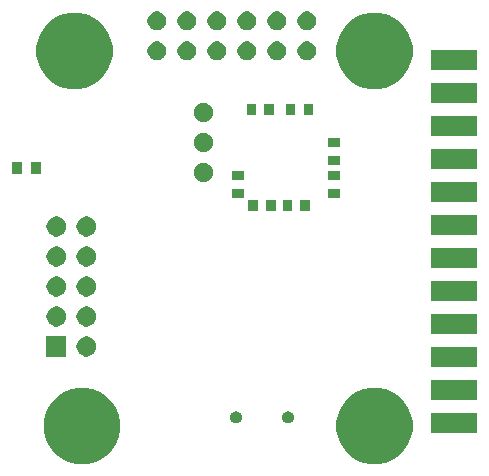
<source format=gbs>
G04 #@! TF.GenerationSoftware,KiCad,Pcbnew,(5.1.0-9-gc61ec8ee3)*
G04 #@! TF.CreationDate,2019-03-28T20:20:23-04:00*
G04 #@! TF.ProjectId,MPG_PSoC,4d50475f-5053-46f4-932e-6b696361645f,rev?*
G04 #@! TF.SameCoordinates,Original*
G04 #@! TF.FileFunction,Soldermask,Bot*
G04 #@! TF.FilePolarity,Negative*
%FSLAX46Y46*%
G04 Gerber Fmt 4.6, Leading zero omitted, Abs format (unit mm)*
G04 Created by KiCad (PCBNEW (5.1.0-9-gc61ec8ee3)) date 2019-03-28 20:20:23*
%MOMM*%
%LPD*%
G04 APERTURE LIST*
%ADD10C,0.100000*%
G04 APERTURE END LIST*
D10*
G36*
X160960988Y-98497973D02*
G01*
X161548082Y-98741155D01*
X161548084Y-98741156D01*
X162076455Y-99094202D01*
X162525798Y-99543545D01*
X162878844Y-100071916D01*
X162878845Y-100071918D01*
X163122027Y-100659012D01*
X163246000Y-101282265D01*
X163246000Y-101917735D01*
X163122027Y-102540988D01*
X162878845Y-103128082D01*
X162878844Y-103128084D01*
X162525798Y-103656455D01*
X162076455Y-104105798D01*
X161548084Y-104458844D01*
X161548083Y-104458845D01*
X161548082Y-104458845D01*
X160960988Y-104702027D01*
X160337735Y-104826000D01*
X159702265Y-104826000D01*
X159079012Y-104702027D01*
X158491918Y-104458845D01*
X158491917Y-104458845D01*
X158491916Y-104458844D01*
X157963545Y-104105798D01*
X157514202Y-103656455D01*
X157161156Y-103128084D01*
X157161155Y-103128082D01*
X156917973Y-102540988D01*
X156794000Y-101917735D01*
X156794000Y-101282265D01*
X156917973Y-100659012D01*
X157161155Y-100071918D01*
X157161156Y-100071916D01*
X157514202Y-99543545D01*
X157963545Y-99094202D01*
X158491916Y-98741156D01*
X158491918Y-98741155D01*
X159079012Y-98497973D01*
X159702265Y-98374000D01*
X160337735Y-98374000D01*
X160960988Y-98497973D01*
X160960988Y-98497973D01*
G37*
G36*
X136195988Y-98497973D02*
G01*
X136783082Y-98741155D01*
X136783084Y-98741156D01*
X137311455Y-99094202D01*
X137760798Y-99543545D01*
X138113844Y-100071916D01*
X138113845Y-100071918D01*
X138357027Y-100659012D01*
X138481000Y-101282265D01*
X138481000Y-101917735D01*
X138357027Y-102540988D01*
X138113845Y-103128082D01*
X138113844Y-103128084D01*
X137760798Y-103656455D01*
X137311455Y-104105798D01*
X136783084Y-104458844D01*
X136783083Y-104458845D01*
X136783082Y-104458845D01*
X136195988Y-104702027D01*
X135572735Y-104826000D01*
X134937265Y-104826000D01*
X134314012Y-104702027D01*
X133726918Y-104458845D01*
X133726917Y-104458845D01*
X133726916Y-104458844D01*
X133198545Y-104105798D01*
X132749202Y-103656455D01*
X132396156Y-103128084D01*
X132396155Y-103128082D01*
X132152973Y-102540988D01*
X132029000Y-101917735D01*
X132029000Y-101282265D01*
X132152973Y-100659012D01*
X132396155Y-100071918D01*
X132396156Y-100071916D01*
X132749202Y-99543545D01*
X133198545Y-99094202D01*
X133726916Y-98741156D01*
X133726918Y-98741155D01*
X134314012Y-98497973D01*
X134937265Y-98374000D01*
X135572735Y-98374000D01*
X136195988Y-98497973D01*
X136195988Y-98497973D01*
G37*
G36*
X168707000Y-102159000D02*
G01*
X164795000Y-102159000D01*
X164795000Y-100533000D01*
X168707000Y-100533000D01*
X168707000Y-102159000D01*
X168707000Y-102159000D01*
G37*
G36*
X148395558Y-100372438D02*
G01*
X148443914Y-100382057D01*
X148535014Y-100419792D01*
X148617001Y-100474574D01*
X148686726Y-100544299D01*
X148741508Y-100626286D01*
X148779243Y-100717386D01*
X148798480Y-100814097D01*
X148798480Y-100912703D01*
X148779243Y-101009414D01*
X148741508Y-101100514D01*
X148686726Y-101182501D01*
X148617001Y-101252226D01*
X148535014Y-101307008D01*
X148443914Y-101344743D01*
X148395558Y-101354362D01*
X148347204Y-101363980D01*
X148248596Y-101363980D01*
X148200242Y-101354362D01*
X148151886Y-101344743D01*
X148060786Y-101307008D01*
X147978799Y-101252226D01*
X147909074Y-101182501D01*
X147854292Y-101100514D01*
X147816557Y-101009414D01*
X147797320Y-100912703D01*
X147797320Y-100814097D01*
X147816557Y-100717386D01*
X147854292Y-100626286D01*
X147909074Y-100544299D01*
X147978799Y-100474574D01*
X148060786Y-100419792D01*
X148151886Y-100382057D01*
X148200241Y-100372439D01*
X148248596Y-100362820D01*
X148347204Y-100362820D01*
X148395558Y-100372438D01*
X148395558Y-100372438D01*
G37*
G36*
X152792298Y-100372438D02*
G01*
X152840654Y-100382057D01*
X152931754Y-100419792D01*
X153013741Y-100474574D01*
X153083466Y-100544299D01*
X153138248Y-100626286D01*
X153175983Y-100717386D01*
X153195220Y-100814097D01*
X153195220Y-100912703D01*
X153175983Y-101009414D01*
X153138248Y-101100514D01*
X153083466Y-101182501D01*
X153013741Y-101252226D01*
X152931754Y-101307008D01*
X152840654Y-101344743D01*
X152792298Y-101354362D01*
X152743944Y-101363980D01*
X152645336Y-101363980D01*
X152596982Y-101354362D01*
X152548626Y-101344743D01*
X152457526Y-101307008D01*
X152375539Y-101252226D01*
X152305814Y-101182501D01*
X152251032Y-101100514D01*
X152213297Y-101009414D01*
X152194060Y-100912703D01*
X152194060Y-100814097D01*
X152213297Y-100717386D01*
X152251032Y-100626286D01*
X152305814Y-100544299D01*
X152375539Y-100474574D01*
X152457526Y-100419792D01*
X152548626Y-100382057D01*
X152596981Y-100372439D01*
X152645336Y-100362820D01*
X152743944Y-100362820D01*
X152792298Y-100372438D01*
X152792298Y-100372438D01*
G37*
G36*
X168707000Y-99365000D02*
G01*
X164795000Y-99365000D01*
X164795000Y-97739000D01*
X168707000Y-97739000D01*
X168707000Y-99365000D01*
X168707000Y-99365000D01*
G37*
G36*
X168707000Y-96571000D02*
G01*
X164795000Y-96571000D01*
X164795000Y-94945000D01*
X168707000Y-94945000D01*
X168707000Y-96571000D01*
X168707000Y-96571000D01*
G37*
G36*
X135884228Y-94050703D02*
G01*
X136039100Y-94114853D01*
X136178481Y-94207985D01*
X136297015Y-94326519D01*
X136390147Y-94465900D01*
X136454297Y-94620772D01*
X136487000Y-94785184D01*
X136487000Y-94952816D01*
X136454297Y-95117228D01*
X136390147Y-95272100D01*
X136297015Y-95411481D01*
X136178481Y-95530015D01*
X136039100Y-95623147D01*
X135884228Y-95687297D01*
X135719816Y-95720000D01*
X135552184Y-95720000D01*
X135387772Y-95687297D01*
X135232900Y-95623147D01*
X135093519Y-95530015D01*
X134974985Y-95411481D01*
X134881853Y-95272100D01*
X134817703Y-95117228D01*
X134785000Y-94952816D01*
X134785000Y-94785184D01*
X134817703Y-94620772D01*
X134881853Y-94465900D01*
X134974985Y-94326519D01*
X135093519Y-94207985D01*
X135232900Y-94114853D01*
X135387772Y-94050703D01*
X135552184Y-94018000D01*
X135719816Y-94018000D01*
X135884228Y-94050703D01*
X135884228Y-94050703D01*
G37*
G36*
X133947000Y-95720000D02*
G01*
X132245000Y-95720000D01*
X132245000Y-94018000D01*
X133947000Y-94018000D01*
X133947000Y-95720000D01*
X133947000Y-95720000D01*
G37*
G36*
X168707000Y-93777000D02*
G01*
X164795000Y-93777000D01*
X164795000Y-92151000D01*
X168707000Y-92151000D01*
X168707000Y-93777000D01*
X168707000Y-93777000D01*
G37*
G36*
X133344228Y-91510703D02*
G01*
X133499100Y-91574853D01*
X133638481Y-91667985D01*
X133757015Y-91786519D01*
X133850147Y-91925900D01*
X133914297Y-92080772D01*
X133947000Y-92245184D01*
X133947000Y-92412816D01*
X133914297Y-92577228D01*
X133850147Y-92732100D01*
X133757015Y-92871481D01*
X133638481Y-92990015D01*
X133499100Y-93083147D01*
X133344228Y-93147297D01*
X133179816Y-93180000D01*
X133012184Y-93180000D01*
X132847772Y-93147297D01*
X132692900Y-93083147D01*
X132553519Y-92990015D01*
X132434985Y-92871481D01*
X132341853Y-92732100D01*
X132277703Y-92577228D01*
X132245000Y-92412816D01*
X132245000Y-92245184D01*
X132277703Y-92080772D01*
X132341853Y-91925900D01*
X132434985Y-91786519D01*
X132553519Y-91667985D01*
X132692900Y-91574853D01*
X132847772Y-91510703D01*
X133012184Y-91478000D01*
X133179816Y-91478000D01*
X133344228Y-91510703D01*
X133344228Y-91510703D01*
G37*
G36*
X135884228Y-91510703D02*
G01*
X136039100Y-91574853D01*
X136178481Y-91667985D01*
X136297015Y-91786519D01*
X136390147Y-91925900D01*
X136454297Y-92080772D01*
X136487000Y-92245184D01*
X136487000Y-92412816D01*
X136454297Y-92577228D01*
X136390147Y-92732100D01*
X136297015Y-92871481D01*
X136178481Y-92990015D01*
X136039100Y-93083147D01*
X135884228Y-93147297D01*
X135719816Y-93180000D01*
X135552184Y-93180000D01*
X135387772Y-93147297D01*
X135232900Y-93083147D01*
X135093519Y-92990015D01*
X134974985Y-92871481D01*
X134881853Y-92732100D01*
X134817703Y-92577228D01*
X134785000Y-92412816D01*
X134785000Y-92245184D01*
X134817703Y-92080772D01*
X134881853Y-91925900D01*
X134974985Y-91786519D01*
X135093519Y-91667985D01*
X135232900Y-91574853D01*
X135387772Y-91510703D01*
X135552184Y-91478000D01*
X135719816Y-91478000D01*
X135884228Y-91510703D01*
X135884228Y-91510703D01*
G37*
G36*
X168707000Y-90983000D02*
G01*
X164795000Y-90983000D01*
X164795000Y-89357000D01*
X168707000Y-89357000D01*
X168707000Y-90983000D01*
X168707000Y-90983000D01*
G37*
G36*
X133344228Y-88970703D02*
G01*
X133499100Y-89034853D01*
X133638481Y-89127985D01*
X133757015Y-89246519D01*
X133850147Y-89385900D01*
X133914297Y-89540772D01*
X133947000Y-89705184D01*
X133947000Y-89872816D01*
X133914297Y-90037228D01*
X133850147Y-90192100D01*
X133757015Y-90331481D01*
X133638481Y-90450015D01*
X133499100Y-90543147D01*
X133344228Y-90607297D01*
X133179816Y-90640000D01*
X133012184Y-90640000D01*
X132847772Y-90607297D01*
X132692900Y-90543147D01*
X132553519Y-90450015D01*
X132434985Y-90331481D01*
X132341853Y-90192100D01*
X132277703Y-90037228D01*
X132245000Y-89872816D01*
X132245000Y-89705184D01*
X132277703Y-89540772D01*
X132341853Y-89385900D01*
X132434985Y-89246519D01*
X132553519Y-89127985D01*
X132692900Y-89034853D01*
X132847772Y-88970703D01*
X133012184Y-88938000D01*
X133179816Y-88938000D01*
X133344228Y-88970703D01*
X133344228Y-88970703D01*
G37*
G36*
X135884228Y-88970703D02*
G01*
X136039100Y-89034853D01*
X136178481Y-89127985D01*
X136297015Y-89246519D01*
X136390147Y-89385900D01*
X136454297Y-89540772D01*
X136487000Y-89705184D01*
X136487000Y-89872816D01*
X136454297Y-90037228D01*
X136390147Y-90192100D01*
X136297015Y-90331481D01*
X136178481Y-90450015D01*
X136039100Y-90543147D01*
X135884228Y-90607297D01*
X135719816Y-90640000D01*
X135552184Y-90640000D01*
X135387772Y-90607297D01*
X135232900Y-90543147D01*
X135093519Y-90450015D01*
X134974985Y-90331481D01*
X134881853Y-90192100D01*
X134817703Y-90037228D01*
X134785000Y-89872816D01*
X134785000Y-89705184D01*
X134817703Y-89540772D01*
X134881853Y-89385900D01*
X134974985Y-89246519D01*
X135093519Y-89127985D01*
X135232900Y-89034853D01*
X135387772Y-88970703D01*
X135552184Y-88938000D01*
X135719816Y-88938000D01*
X135884228Y-88970703D01*
X135884228Y-88970703D01*
G37*
G36*
X168707000Y-88189000D02*
G01*
X164795000Y-88189000D01*
X164795000Y-86563000D01*
X168707000Y-86563000D01*
X168707000Y-88189000D01*
X168707000Y-88189000D01*
G37*
G36*
X133344228Y-86430703D02*
G01*
X133499100Y-86494853D01*
X133638481Y-86587985D01*
X133757015Y-86706519D01*
X133850147Y-86845900D01*
X133914297Y-87000772D01*
X133947000Y-87165184D01*
X133947000Y-87332816D01*
X133914297Y-87497228D01*
X133850147Y-87652100D01*
X133757015Y-87791481D01*
X133638481Y-87910015D01*
X133499100Y-88003147D01*
X133344228Y-88067297D01*
X133179816Y-88100000D01*
X133012184Y-88100000D01*
X132847772Y-88067297D01*
X132692900Y-88003147D01*
X132553519Y-87910015D01*
X132434985Y-87791481D01*
X132341853Y-87652100D01*
X132277703Y-87497228D01*
X132245000Y-87332816D01*
X132245000Y-87165184D01*
X132277703Y-87000772D01*
X132341853Y-86845900D01*
X132434985Y-86706519D01*
X132553519Y-86587985D01*
X132692900Y-86494853D01*
X132847772Y-86430703D01*
X133012184Y-86398000D01*
X133179816Y-86398000D01*
X133344228Y-86430703D01*
X133344228Y-86430703D01*
G37*
G36*
X135884228Y-86430703D02*
G01*
X136039100Y-86494853D01*
X136178481Y-86587985D01*
X136297015Y-86706519D01*
X136390147Y-86845900D01*
X136454297Y-87000772D01*
X136487000Y-87165184D01*
X136487000Y-87332816D01*
X136454297Y-87497228D01*
X136390147Y-87652100D01*
X136297015Y-87791481D01*
X136178481Y-87910015D01*
X136039100Y-88003147D01*
X135884228Y-88067297D01*
X135719816Y-88100000D01*
X135552184Y-88100000D01*
X135387772Y-88067297D01*
X135232900Y-88003147D01*
X135093519Y-87910015D01*
X134974985Y-87791481D01*
X134881853Y-87652100D01*
X134817703Y-87497228D01*
X134785000Y-87332816D01*
X134785000Y-87165184D01*
X134817703Y-87000772D01*
X134881853Y-86845900D01*
X134974985Y-86706519D01*
X135093519Y-86587985D01*
X135232900Y-86494853D01*
X135387772Y-86430703D01*
X135552184Y-86398000D01*
X135719816Y-86398000D01*
X135884228Y-86430703D01*
X135884228Y-86430703D01*
G37*
G36*
X133344228Y-83890703D02*
G01*
X133499100Y-83954853D01*
X133638481Y-84047985D01*
X133757015Y-84166519D01*
X133850147Y-84305900D01*
X133914297Y-84460772D01*
X133947000Y-84625184D01*
X133947000Y-84792816D01*
X133914297Y-84957228D01*
X133850147Y-85112100D01*
X133757015Y-85251481D01*
X133638481Y-85370015D01*
X133499100Y-85463147D01*
X133344228Y-85527297D01*
X133179816Y-85560000D01*
X133012184Y-85560000D01*
X132847772Y-85527297D01*
X132692900Y-85463147D01*
X132553519Y-85370015D01*
X132434985Y-85251481D01*
X132341853Y-85112100D01*
X132277703Y-84957228D01*
X132245000Y-84792816D01*
X132245000Y-84625184D01*
X132277703Y-84460772D01*
X132341853Y-84305900D01*
X132434985Y-84166519D01*
X132553519Y-84047985D01*
X132692900Y-83954853D01*
X132847772Y-83890703D01*
X133012184Y-83858000D01*
X133179816Y-83858000D01*
X133344228Y-83890703D01*
X133344228Y-83890703D01*
G37*
G36*
X135884228Y-83890703D02*
G01*
X136039100Y-83954853D01*
X136178481Y-84047985D01*
X136297015Y-84166519D01*
X136390147Y-84305900D01*
X136454297Y-84460772D01*
X136487000Y-84625184D01*
X136487000Y-84792816D01*
X136454297Y-84957228D01*
X136390147Y-85112100D01*
X136297015Y-85251481D01*
X136178481Y-85370015D01*
X136039100Y-85463147D01*
X135884228Y-85527297D01*
X135719816Y-85560000D01*
X135552184Y-85560000D01*
X135387772Y-85527297D01*
X135232900Y-85463147D01*
X135093519Y-85370015D01*
X134974985Y-85251481D01*
X134881853Y-85112100D01*
X134817703Y-84957228D01*
X134785000Y-84792816D01*
X134785000Y-84625184D01*
X134817703Y-84460772D01*
X134881853Y-84305900D01*
X134974985Y-84166519D01*
X135093519Y-84047985D01*
X135232900Y-83954853D01*
X135387772Y-83890703D01*
X135552184Y-83858000D01*
X135719816Y-83858000D01*
X135884228Y-83890703D01*
X135884228Y-83890703D01*
G37*
G36*
X168707000Y-85395000D02*
G01*
X164795000Y-85395000D01*
X164795000Y-83769000D01*
X168707000Y-83769000D01*
X168707000Y-85395000D01*
X168707000Y-85395000D01*
G37*
G36*
X151646000Y-83432000D02*
G01*
X150844000Y-83432000D01*
X150844000Y-82430000D01*
X151646000Y-82430000D01*
X151646000Y-83432000D01*
X151646000Y-83432000D01*
G37*
G36*
X150146000Y-83432000D02*
G01*
X149344000Y-83432000D01*
X149344000Y-82430000D01*
X150146000Y-82430000D01*
X150146000Y-83432000D01*
X150146000Y-83432000D01*
G37*
G36*
X153055000Y-83432000D02*
G01*
X152253000Y-83432000D01*
X152253000Y-82430000D01*
X153055000Y-82430000D01*
X153055000Y-83432000D01*
X153055000Y-83432000D01*
G37*
G36*
X154555000Y-83432000D02*
G01*
X153753000Y-83432000D01*
X153753000Y-82430000D01*
X154555000Y-82430000D01*
X154555000Y-83432000D01*
X154555000Y-83432000D01*
G37*
G36*
X168707000Y-82601000D02*
G01*
X164795000Y-82601000D01*
X164795000Y-80975000D01*
X168707000Y-80975000D01*
X168707000Y-82601000D01*
X168707000Y-82601000D01*
G37*
G36*
X148964000Y-82316000D02*
G01*
X147962000Y-82316000D01*
X147962000Y-81514000D01*
X148964000Y-81514000D01*
X148964000Y-82316000D01*
X148964000Y-82316000D01*
G37*
G36*
X157092000Y-82304000D02*
G01*
X156090000Y-82304000D01*
X156090000Y-81502000D01*
X157092000Y-81502000D01*
X157092000Y-82304000D01*
X157092000Y-82304000D01*
G37*
G36*
X145775642Y-79366781D02*
G01*
X145921414Y-79427162D01*
X145921416Y-79427163D01*
X146052608Y-79514822D01*
X146164178Y-79626392D01*
X146251837Y-79757584D01*
X146251838Y-79757586D01*
X146312219Y-79903358D01*
X146343000Y-80058107D01*
X146343000Y-80215893D01*
X146312219Y-80370642D01*
X146251838Y-80516414D01*
X146251837Y-80516416D01*
X146164178Y-80647608D01*
X146052608Y-80759178D01*
X145921416Y-80846837D01*
X145921415Y-80846838D01*
X145921414Y-80846838D01*
X145775642Y-80907219D01*
X145620893Y-80938000D01*
X145463107Y-80938000D01*
X145308358Y-80907219D01*
X145162586Y-80846838D01*
X145162585Y-80846838D01*
X145162584Y-80846837D01*
X145031392Y-80759178D01*
X144919822Y-80647608D01*
X144832163Y-80516416D01*
X144832162Y-80516414D01*
X144771781Y-80370642D01*
X144741000Y-80215893D01*
X144741000Y-80058107D01*
X144771781Y-79903358D01*
X144832162Y-79757586D01*
X144832163Y-79757584D01*
X144919822Y-79626392D01*
X145031392Y-79514822D01*
X145162584Y-79427163D01*
X145162586Y-79427162D01*
X145308358Y-79366781D01*
X145463107Y-79336000D01*
X145620893Y-79336000D01*
X145775642Y-79366781D01*
X145775642Y-79366781D01*
G37*
G36*
X148964000Y-80816000D02*
G01*
X147962000Y-80816000D01*
X147962000Y-80014000D01*
X148964000Y-80014000D01*
X148964000Y-80816000D01*
X148964000Y-80816000D01*
G37*
G36*
X157092000Y-80804000D02*
G01*
X156090000Y-80804000D01*
X156090000Y-80002000D01*
X157092000Y-80002000D01*
X157092000Y-80804000D01*
X157092000Y-80804000D01*
G37*
G36*
X131757000Y-80257000D02*
G01*
X130955000Y-80257000D01*
X130955000Y-79255000D01*
X131757000Y-79255000D01*
X131757000Y-80257000D01*
X131757000Y-80257000D01*
G37*
G36*
X130157000Y-80257000D02*
G01*
X129355000Y-80257000D01*
X129355000Y-79255000D01*
X130157000Y-79255000D01*
X130157000Y-80257000D01*
X130157000Y-80257000D01*
G37*
G36*
X168707000Y-79807000D02*
G01*
X164795000Y-79807000D01*
X164795000Y-78181000D01*
X168707000Y-78181000D01*
X168707000Y-79807000D01*
X168707000Y-79807000D01*
G37*
G36*
X157092000Y-79522000D02*
G01*
X156090000Y-79522000D01*
X156090000Y-78720000D01*
X157092000Y-78720000D01*
X157092000Y-79522000D01*
X157092000Y-79522000D01*
G37*
G36*
X145775642Y-76826781D02*
G01*
X145921414Y-76887162D01*
X145921416Y-76887163D01*
X146052608Y-76974822D01*
X146164178Y-77086392D01*
X146251837Y-77217584D01*
X146251838Y-77217586D01*
X146312219Y-77363358D01*
X146343000Y-77518107D01*
X146343000Y-77675893D01*
X146312219Y-77830642D01*
X146251838Y-77976414D01*
X146251837Y-77976416D01*
X146164178Y-78107608D01*
X146052608Y-78219178D01*
X145921416Y-78306837D01*
X145921415Y-78306838D01*
X145921414Y-78306838D01*
X145775642Y-78367219D01*
X145620893Y-78398000D01*
X145463107Y-78398000D01*
X145308358Y-78367219D01*
X145162586Y-78306838D01*
X145162585Y-78306838D01*
X145162584Y-78306837D01*
X145031392Y-78219178D01*
X144919822Y-78107608D01*
X144832163Y-77976416D01*
X144832162Y-77976414D01*
X144771781Y-77830642D01*
X144741000Y-77675893D01*
X144741000Y-77518107D01*
X144771781Y-77363358D01*
X144832162Y-77217586D01*
X144832163Y-77217584D01*
X144919822Y-77086392D01*
X145031392Y-76974822D01*
X145162584Y-76887163D01*
X145162586Y-76887162D01*
X145308358Y-76826781D01*
X145463107Y-76796000D01*
X145620893Y-76796000D01*
X145775642Y-76826781D01*
X145775642Y-76826781D01*
G37*
G36*
X157092000Y-78022000D02*
G01*
X156090000Y-78022000D01*
X156090000Y-77220000D01*
X157092000Y-77220000D01*
X157092000Y-78022000D01*
X157092000Y-78022000D01*
G37*
G36*
X168707000Y-77013000D02*
G01*
X164795000Y-77013000D01*
X164795000Y-75387000D01*
X168707000Y-75387000D01*
X168707000Y-77013000D01*
X168707000Y-77013000D01*
G37*
G36*
X145775642Y-74286781D02*
G01*
X145921414Y-74347162D01*
X145921416Y-74347163D01*
X146052608Y-74434822D01*
X146164178Y-74546392D01*
X146251837Y-74677584D01*
X146251838Y-74677586D01*
X146312219Y-74823358D01*
X146343000Y-74978107D01*
X146343000Y-75135893D01*
X146312219Y-75290642D01*
X146272306Y-75387000D01*
X146251837Y-75436416D01*
X146164178Y-75567608D01*
X146052608Y-75679178D01*
X145921416Y-75766837D01*
X145921415Y-75766838D01*
X145921414Y-75766838D01*
X145775642Y-75827219D01*
X145620893Y-75858000D01*
X145463107Y-75858000D01*
X145308358Y-75827219D01*
X145162586Y-75766838D01*
X145162585Y-75766838D01*
X145162584Y-75766837D01*
X145031392Y-75679178D01*
X144919822Y-75567608D01*
X144832163Y-75436416D01*
X144811694Y-75387000D01*
X144771781Y-75290642D01*
X144741000Y-75135893D01*
X144741000Y-74978107D01*
X144771781Y-74823358D01*
X144832162Y-74677586D01*
X144832163Y-74677584D01*
X144919822Y-74546392D01*
X145031392Y-74434822D01*
X145162584Y-74347163D01*
X145162586Y-74347162D01*
X145308358Y-74286781D01*
X145463107Y-74256000D01*
X145620893Y-74256000D01*
X145775642Y-74286781D01*
X145775642Y-74286781D01*
G37*
G36*
X150007000Y-75304000D02*
G01*
X149205000Y-75304000D01*
X149205000Y-74302000D01*
X150007000Y-74302000D01*
X150007000Y-75304000D01*
X150007000Y-75304000D01*
G37*
G36*
X151507000Y-75304000D02*
G01*
X150705000Y-75304000D01*
X150705000Y-74302000D01*
X151507000Y-74302000D01*
X151507000Y-75304000D01*
X151507000Y-75304000D01*
G37*
G36*
X153321000Y-75304000D02*
G01*
X152519000Y-75304000D01*
X152519000Y-74302000D01*
X153321000Y-74302000D01*
X153321000Y-75304000D01*
X153321000Y-75304000D01*
G37*
G36*
X154821000Y-75304000D02*
G01*
X154019000Y-75304000D01*
X154019000Y-74302000D01*
X154821000Y-74302000D01*
X154821000Y-75304000D01*
X154821000Y-75304000D01*
G37*
G36*
X168707000Y-74219000D02*
G01*
X164795000Y-74219000D01*
X164795000Y-72593000D01*
X168707000Y-72593000D01*
X168707000Y-74219000D01*
X168707000Y-74219000D01*
G37*
G36*
X160960988Y-66747973D02*
G01*
X161401850Y-66930584D01*
X161548084Y-66991156D01*
X162076455Y-67344202D01*
X162525798Y-67793545D01*
X162878844Y-68321916D01*
X162878845Y-68321918D01*
X163122027Y-68909012D01*
X163246000Y-69532265D01*
X163246000Y-70167735D01*
X163122027Y-70790988D01*
X162878845Y-71378082D01*
X162878844Y-71378084D01*
X162525798Y-71906455D01*
X162076455Y-72355798D01*
X161548084Y-72708844D01*
X161548083Y-72708845D01*
X161548082Y-72708845D01*
X160960988Y-72952027D01*
X160337735Y-73076000D01*
X159702265Y-73076000D01*
X159079012Y-72952027D01*
X158491918Y-72708845D01*
X158491917Y-72708845D01*
X158491916Y-72708844D01*
X157963545Y-72355798D01*
X157514202Y-71906455D01*
X157161156Y-71378084D01*
X157161155Y-71378082D01*
X156917973Y-70790988D01*
X156794000Y-70167735D01*
X156794000Y-69532265D01*
X156917973Y-68909012D01*
X157161155Y-68321918D01*
X157161156Y-68321916D01*
X157514202Y-67793545D01*
X157963545Y-67344202D01*
X158491916Y-66991156D01*
X158638150Y-66930584D01*
X159079012Y-66747973D01*
X159702265Y-66624000D01*
X160337735Y-66624000D01*
X160960988Y-66747973D01*
X160960988Y-66747973D01*
G37*
G36*
X135560988Y-66747973D02*
G01*
X136001850Y-66930584D01*
X136148084Y-66991156D01*
X136676455Y-67344202D01*
X137125798Y-67793545D01*
X137478844Y-68321916D01*
X137478845Y-68321918D01*
X137722027Y-68909012D01*
X137846000Y-69532265D01*
X137846000Y-70167735D01*
X137722027Y-70790988D01*
X137478845Y-71378082D01*
X137478844Y-71378084D01*
X137125798Y-71906455D01*
X136676455Y-72355798D01*
X136148084Y-72708844D01*
X136148083Y-72708845D01*
X136148082Y-72708845D01*
X135560988Y-72952027D01*
X134937735Y-73076000D01*
X134302265Y-73076000D01*
X133679012Y-72952027D01*
X133091918Y-72708845D01*
X133091917Y-72708845D01*
X133091916Y-72708844D01*
X132563545Y-72355798D01*
X132114202Y-71906455D01*
X131761156Y-71378084D01*
X131761155Y-71378082D01*
X131517973Y-70790988D01*
X131394000Y-70167735D01*
X131394000Y-69532265D01*
X131517973Y-68909012D01*
X131761155Y-68321918D01*
X131761156Y-68321916D01*
X132114202Y-67793545D01*
X132563545Y-67344202D01*
X133091916Y-66991156D01*
X133238150Y-66930584D01*
X133679012Y-66747973D01*
X134302265Y-66624000D01*
X134937735Y-66624000D01*
X135560988Y-66747973D01*
X135560988Y-66747973D01*
G37*
G36*
X168707000Y-71425000D02*
G01*
X164795000Y-71425000D01*
X164795000Y-69799000D01*
X168707000Y-69799000D01*
X168707000Y-71425000D01*
X168707000Y-71425000D01*
G37*
G36*
X144378642Y-69079781D02*
G01*
X144524414Y-69140162D01*
X144524416Y-69140163D01*
X144655608Y-69227822D01*
X144767178Y-69339392D01*
X144854837Y-69470584D01*
X144854838Y-69470586D01*
X144915219Y-69616358D01*
X144946000Y-69771107D01*
X144946000Y-69928893D01*
X144915219Y-70083642D01*
X144880387Y-70167733D01*
X144854837Y-70229416D01*
X144767178Y-70360608D01*
X144655608Y-70472178D01*
X144524416Y-70559837D01*
X144524415Y-70559838D01*
X144524414Y-70559838D01*
X144378642Y-70620219D01*
X144223893Y-70651000D01*
X144066107Y-70651000D01*
X143911358Y-70620219D01*
X143765586Y-70559838D01*
X143765585Y-70559838D01*
X143765584Y-70559837D01*
X143634392Y-70472178D01*
X143522822Y-70360608D01*
X143435163Y-70229416D01*
X143409613Y-70167733D01*
X143374781Y-70083642D01*
X143344000Y-69928893D01*
X143344000Y-69771107D01*
X143374781Y-69616358D01*
X143435162Y-69470586D01*
X143435163Y-69470584D01*
X143522822Y-69339392D01*
X143634392Y-69227822D01*
X143765584Y-69140163D01*
X143765586Y-69140162D01*
X143911358Y-69079781D01*
X144066107Y-69049000D01*
X144223893Y-69049000D01*
X144378642Y-69079781D01*
X144378642Y-69079781D01*
G37*
G36*
X146918642Y-69079781D02*
G01*
X147064414Y-69140162D01*
X147064416Y-69140163D01*
X147195608Y-69227822D01*
X147307178Y-69339392D01*
X147394837Y-69470584D01*
X147394838Y-69470586D01*
X147455219Y-69616358D01*
X147486000Y-69771107D01*
X147486000Y-69928893D01*
X147455219Y-70083642D01*
X147420387Y-70167733D01*
X147394837Y-70229416D01*
X147307178Y-70360608D01*
X147195608Y-70472178D01*
X147064416Y-70559837D01*
X147064415Y-70559838D01*
X147064414Y-70559838D01*
X146918642Y-70620219D01*
X146763893Y-70651000D01*
X146606107Y-70651000D01*
X146451358Y-70620219D01*
X146305586Y-70559838D01*
X146305585Y-70559838D01*
X146305584Y-70559837D01*
X146174392Y-70472178D01*
X146062822Y-70360608D01*
X145975163Y-70229416D01*
X145949613Y-70167733D01*
X145914781Y-70083642D01*
X145884000Y-69928893D01*
X145884000Y-69771107D01*
X145914781Y-69616358D01*
X145975162Y-69470586D01*
X145975163Y-69470584D01*
X146062822Y-69339392D01*
X146174392Y-69227822D01*
X146305584Y-69140163D01*
X146305586Y-69140162D01*
X146451358Y-69079781D01*
X146606107Y-69049000D01*
X146763893Y-69049000D01*
X146918642Y-69079781D01*
X146918642Y-69079781D01*
G37*
G36*
X149458642Y-69079781D02*
G01*
X149604414Y-69140162D01*
X149604416Y-69140163D01*
X149735608Y-69227822D01*
X149847178Y-69339392D01*
X149934837Y-69470584D01*
X149934838Y-69470586D01*
X149995219Y-69616358D01*
X150026000Y-69771107D01*
X150026000Y-69928893D01*
X149995219Y-70083642D01*
X149960387Y-70167733D01*
X149934837Y-70229416D01*
X149847178Y-70360608D01*
X149735608Y-70472178D01*
X149604416Y-70559837D01*
X149604415Y-70559838D01*
X149604414Y-70559838D01*
X149458642Y-70620219D01*
X149303893Y-70651000D01*
X149146107Y-70651000D01*
X148991358Y-70620219D01*
X148845586Y-70559838D01*
X148845585Y-70559838D01*
X148845584Y-70559837D01*
X148714392Y-70472178D01*
X148602822Y-70360608D01*
X148515163Y-70229416D01*
X148489613Y-70167733D01*
X148454781Y-70083642D01*
X148424000Y-69928893D01*
X148424000Y-69771107D01*
X148454781Y-69616358D01*
X148515162Y-69470586D01*
X148515163Y-69470584D01*
X148602822Y-69339392D01*
X148714392Y-69227822D01*
X148845584Y-69140163D01*
X148845586Y-69140162D01*
X148991358Y-69079781D01*
X149146107Y-69049000D01*
X149303893Y-69049000D01*
X149458642Y-69079781D01*
X149458642Y-69079781D01*
G37*
G36*
X151998642Y-69079781D02*
G01*
X152144414Y-69140162D01*
X152144416Y-69140163D01*
X152275608Y-69227822D01*
X152387178Y-69339392D01*
X152474837Y-69470584D01*
X152474838Y-69470586D01*
X152535219Y-69616358D01*
X152566000Y-69771107D01*
X152566000Y-69928893D01*
X152535219Y-70083642D01*
X152500387Y-70167733D01*
X152474837Y-70229416D01*
X152387178Y-70360608D01*
X152275608Y-70472178D01*
X152144416Y-70559837D01*
X152144415Y-70559838D01*
X152144414Y-70559838D01*
X151998642Y-70620219D01*
X151843893Y-70651000D01*
X151686107Y-70651000D01*
X151531358Y-70620219D01*
X151385586Y-70559838D01*
X151385585Y-70559838D01*
X151385584Y-70559837D01*
X151254392Y-70472178D01*
X151142822Y-70360608D01*
X151055163Y-70229416D01*
X151029613Y-70167733D01*
X150994781Y-70083642D01*
X150964000Y-69928893D01*
X150964000Y-69771107D01*
X150994781Y-69616358D01*
X151055162Y-69470586D01*
X151055163Y-69470584D01*
X151142822Y-69339392D01*
X151254392Y-69227822D01*
X151385584Y-69140163D01*
X151385586Y-69140162D01*
X151531358Y-69079781D01*
X151686107Y-69049000D01*
X151843893Y-69049000D01*
X151998642Y-69079781D01*
X151998642Y-69079781D01*
G37*
G36*
X154538642Y-69079781D02*
G01*
X154684414Y-69140162D01*
X154684416Y-69140163D01*
X154815608Y-69227822D01*
X154927178Y-69339392D01*
X155014837Y-69470584D01*
X155014838Y-69470586D01*
X155075219Y-69616358D01*
X155106000Y-69771107D01*
X155106000Y-69928893D01*
X155075219Y-70083642D01*
X155040387Y-70167733D01*
X155014837Y-70229416D01*
X154927178Y-70360608D01*
X154815608Y-70472178D01*
X154684416Y-70559837D01*
X154684415Y-70559838D01*
X154684414Y-70559838D01*
X154538642Y-70620219D01*
X154383893Y-70651000D01*
X154226107Y-70651000D01*
X154071358Y-70620219D01*
X153925586Y-70559838D01*
X153925585Y-70559838D01*
X153925584Y-70559837D01*
X153794392Y-70472178D01*
X153682822Y-70360608D01*
X153595163Y-70229416D01*
X153569613Y-70167733D01*
X153534781Y-70083642D01*
X153504000Y-69928893D01*
X153504000Y-69771107D01*
X153534781Y-69616358D01*
X153595162Y-69470586D01*
X153595163Y-69470584D01*
X153682822Y-69339392D01*
X153794392Y-69227822D01*
X153925584Y-69140163D01*
X153925586Y-69140162D01*
X154071358Y-69079781D01*
X154226107Y-69049000D01*
X154383893Y-69049000D01*
X154538642Y-69079781D01*
X154538642Y-69079781D01*
G37*
G36*
X141838642Y-69079781D02*
G01*
X141984414Y-69140162D01*
X141984416Y-69140163D01*
X142115608Y-69227822D01*
X142227178Y-69339392D01*
X142314837Y-69470584D01*
X142314838Y-69470586D01*
X142375219Y-69616358D01*
X142406000Y-69771107D01*
X142406000Y-69928893D01*
X142375219Y-70083642D01*
X142340387Y-70167733D01*
X142314837Y-70229416D01*
X142227178Y-70360608D01*
X142115608Y-70472178D01*
X141984416Y-70559837D01*
X141984415Y-70559838D01*
X141984414Y-70559838D01*
X141838642Y-70620219D01*
X141683893Y-70651000D01*
X141526107Y-70651000D01*
X141371358Y-70620219D01*
X141225586Y-70559838D01*
X141225585Y-70559838D01*
X141225584Y-70559837D01*
X141094392Y-70472178D01*
X140982822Y-70360608D01*
X140895163Y-70229416D01*
X140869613Y-70167733D01*
X140834781Y-70083642D01*
X140804000Y-69928893D01*
X140804000Y-69771107D01*
X140834781Y-69616358D01*
X140895162Y-69470586D01*
X140895163Y-69470584D01*
X140982822Y-69339392D01*
X141094392Y-69227822D01*
X141225584Y-69140163D01*
X141225586Y-69140162D01*
X141371358Y-69079781D01*
X141526107Y-69049000D01*
X141683893Y-69049000D01*
X141838642Y-69079781D01*
X141838642Y-69079781D01*
G37*
G36*
X149458642Y-66539781D02*
G01*
X149604414Y-66600162D01*
X149604416Y-66600163D01*
X149735608Y-66687822D01*
X149847178Y-66799392D01*
X149934837Y-66930584D01*
X149934838Y-66930586D01*
X149995219Y-67076358D01*
X150026000Y-67231107D01*
X150026000Y-67388893D01*
X149995219Y-67543642D01*
X149934838Y-67689414D01*
X149934837Y-67689416D01*
X149847178Y-67820608D01*
X149735608Y-67932178D01*
X149604416Y-68019837D01*
X149604415Y-68019838D01*
X149604414Y-68019838D01*
X149458642Y-68080219D01*
X149303893Y-68111000D01*
X149146107Y-68111000D01*
X148991358Y-68080219D01*
X148845586Y-68019838D01*
X148845585Y-68019838D01*
X148845584Y-68019837D01*
X148714392Y-67932178D01*
X148602822Y-67820608D01*
X148515163Y-67689416D01*
X148515162Y-67689414D01*
X148454781Y-67543642D01*
X148424000Y-67388893D01*
X148424000Y-67231107D01*
X148454781Y-67076358D01*
X148515162Y-66930586D01*
X148515163Y-66930584D01*
X148602822Y-66799392D01*
X148714392Y-66687822D01*
X148845584Y-66600163D01*
X148845586Y-66600162D01*
X148991358Y-66539781D01*
X149146107Y-66509000D01*
X149303893Y-66509000D01*
X149458642Y-66539781D01*
X149458642Y-66539781D01*
G37*
G36*
X151998642Y-66539781D02*
G01*
X152144414Y-66600162D01*
X152144416Y-66600163D01*
X152275608Y-66687822D01*
X152387178Y-66799392D01*
X152474837Y-66930584D01*
X152474838Y-66930586D01*
X152535219Y-67076358D01*
X152566000Y-67231107D01*
X152566000Y-67388893D01*
X152535219Y-67543642D01*
X152474838Y-67689414D01*
X152474837Y-67689416D01*
X152387178Y-67820608D01*
X152275608Y-67932178D01*
X152144416Y-68019837D01*
X152144415Y-68019838D01*
X152144414Y-68019838D01*
X151998642Y-68080219D01*
X151843893Y-68111000D01*
X151686107Y-68111000D01*
X151531358Y-68080219D01*
X151385586Y-68019838D01*
X151385585Y-68019838D01*
X151385584Y-68019837D01*
X151254392Y-67932178D01*
X151142822Y-67820608D01*
X151055163Y-67689416D01*
X151055162Y-67689414D01*
X150994781Y-67543642D01*
X150964000Y-67388893D01*
X150964000Y-67231107D01*
X150994781Y-67076358D01*
X151055162Y-66930586D01*
X151055163Y-66930584D01*
X151142822Y-66799392D01*
X151254392Y-66687822D01*
X151385584Y-66600163D01*
X151385586Y-66600162D01*
X151531358Y-66539781D01*
X151686107Y-66509000D01*
X151843893Y-66509000D01*
X151998642Y-66539781D01*
X151998642Y-66539781D01*
G37*
G36*
X141838642Y-66539781D02*
G01*
X141984414Y-66600162D01*
X141984416Y-66600163D01*
X142115608Y-66687822D01*
X142227178Y-66799392D01*
X142314837Y-66930584D01*
X142314838Y-66930586D01*
X142375219Y-67076358D01*
X142406000Y-67231107D01*
X142406000Y-67388893D01*
X142375219Y-67543642D01*
X142314838Y-67689414D01*
X142314837Y-67689416D01*
X142227178Y-67820608D01*
X142115608Y-67932178D01*
X141984416Y-68019837D01*
X141984415Y-68019838D01*
X141984414Y-68019838D01*
X141838642Y-68080219D01*
X141683893Y-68111000D01*
X141526107Y-68111000D01*
X141371358Y-68080219D01*
X141225586Y-68019838D01*
X141225585Y-68019838D01*
X141225584Y-68019837D01*
X141094392Y-67932178D01*
X140982822Y-67820608D01*
X140895163Y-67689416D01*
X140895162Y-67689414D01*
X140834781Y-67543642D01*
X140804000Y-67388893D01*
X140804000Y-67231107D01*
X140834781Y-67076358D01*
X140895162Y-66930586D01*
X140895163Y-66930584D01*
X140982822Y-66799392D01*
X141094392Y-66687822D01*
X141225584Y-66600163D01*
X141225586Y-66600162D01*
X141371358Y-66539781D01*
X141526107Y-66509000D01*
X141683893Y-66509000D01*
X141838642Y-66539781D01*
X141838642Y-66539781D01*
G37*
G36*
X146918642Y-66539781D02*
G01*
X147064414Y-66600162D01*
X147064416Y-66600163D01*
X147195608Y-66687822D01*
X147307178Y-66799392D01*
X147394837Y-66930584D01*
X147394838Y-66930586D01*
X147455219Y-67076358D01*
X147486000Y-67231107D01*
X147486000Y-67388893D01*
X147455219Y-67543642D01*
X147394838Y-67689414D01*
X147394837Y-67689416D01*
X147307178Y-67820608D01*
X147195608Y-67932178D01*
X147064416Y-68019837D01*
X147064415Y-68019838D01*
X147064414Y-68019838D01*
X146918642Y-68080219D01*
X146763893Y-68111000D01*
X146606107Y-68111000D01*
X146451358Y-68080219D01*
X146305586Y-68019838D01*
X146305585Y-68019838D01*
X146305584Y-68019837D01*
X146174392Y-67932178D01*
X146062822Y-67820608D01*
X145975163Y-67689416D01*
X145975162Y-67689414D01*
X145914781Y-67543642D01*
X145884000Y-67388893D01*
X145884000Y-67231107D01*
X145914781Y-67076358D01*
X145975162Y-66930586D01*
X145975163Y-66930584D01*
X146062822Y-66799392D01*
X146174392Y-66687822D01*
X146305584Y-66600163D01*
X146305586Y-66600162D01*
X146451358Y-66539781D01*
X146606107Y-66509000D01*
X146763893Y-66509000D01*
X146918642Y-66539781D01*
X146918642Y-66539781D01*
G37*
G36*
X144378642Y-66539781D02*
G01*
X144524414Y-66600162D01*
X144524416Y-66600163D01*
X144655608Y-66687822D01*
X144767178Y-66799392D01*
X144854837Y-66930584D01*
X144854838Y-66930586D01*
X144915219Y-67076358D01*
X144946000Y-67231107D01*
X144946000Y-67388893D01*
X144915219Y-67543642D01*
X144854838Y-67689414D01*
X144854837Y-67689416D01*
X144767178Y-67820608D01*
X144655608Y-67932178D01*
X144524416Y-68019837D01*
X144524415Y-68019838D01*
X144524414Y-68019838D01*
X144378642Y-68080219D01*
X144223893Y-68111000D01*
X144066107Y-68111000D01*
X143911358Y-68080219D01*
X143765586Y-68019838D01*
X143765585Y-68019838D01*
X143765584Y-68019837D01*
X143634392Y-67932178D01*
X143522822Y-67820608D01*
X143435163Y-67689416D01*
X143435162Y-67689414D01*
X143374781Y-67543642D01*
X143344000Y-67388893D01*
X143344000Y-67231107D01*
X143374781Y-67076358D01*
X143435162Y-66930586D01*
X143435163Y-66930584D01*
X143522822Y-66799392D01*
X143634392Y-66687822D01*
X143765584Y-66600163D01*
X143765586Y-66600162D01*
X143911358Y-66539781D01*
X144066107Y-66509000D01*
X144223893Y-66509000D01*
X144378642Y-66539781D01*
X144378642Y-66539781D01*
G37*
G36*
X154538642Y-66539781D02*
G01*
X154684414Y-66600162D01*
X154684416Y-66600163D01*
X154815608Y-66687822D01*
X154927178Y-66799392D01*
X155014837Y-66930584D01*
X155014838Y-66930586D01*
X155075219Y-67076358D01*
X155106000Y-67231107D01*
X155106000Y-67388893D01*
X155075219Y-67543642D01*
X155014838Y-67689414D01*
X155014837Y-67689416D01*
X154927178Y-67820608D01*
X154815608Y-67932178D01*
X154684416Y-68019837D01*
X154684415Y-68019838D01*
X154684414Y-68019838D01*
X154538642Y-68080219D01*
X154383893Y-68111000D01*
X154226107Y-68111000D01*
X154071358Y-68080219D01*
X153925586Y-68019838D01*
X153925585Y-68019838D01*
X153925584Y-68019837D01*
X153794392Y-67932178D01*
X153682822Y-67820608D01*
X153595163Y-67689416D01*
X153595162Y-67689414D01*
X153534781Y-67543642D01*
X153504000Y-67388893D01*
X153504000Y-67231107D01*
X153534781Y-67076358D01*
X153595162Y-66930586D01*
X153595163Y-66930584D01*
X153682822Y-66799392D01*
X153794392Y-66687822D01*
X153925584Y-66600163D01*
X153925586Y-66600162D01*
X154071358Y-66539781D01*
X154226107Y-66509000D01*
X154383893Y-66509000D01*
X154538642Y-66539781D01*
X154538642Y-66539781D01*
G37*
M02*

</source>
